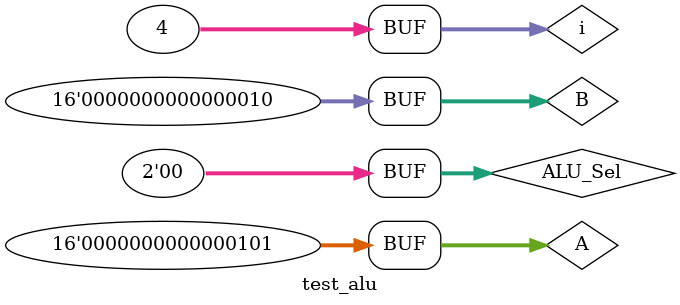
<source format=sv>
`timescale 1ns / 1ps

module test_alu;
//Inputs
reg[15:0] A,B;
reg[1:0] ALU_Sel;

//Outputs
wire[15:0] ALU_Out;
// Verilog code for ALU
integer i;
alu u0(
  .A(A),
  .B(B), 
  .ALU_Sel(ALU_Sel),
  .ALU_Out(ALU_Out) 
     );
  
    initial begin
    $dumpfile("dump.vcd");
    $dumpvars;
    A = 'h05;
    B = 'h02;
    ALU_Sel = 2'h0;
      
      for (i=0;i<4;i=i+1)
      begin
       ALU_Sel = ALU_Sel + 2'h1;
       #10;
      end;
    end
endmodule
</source>
